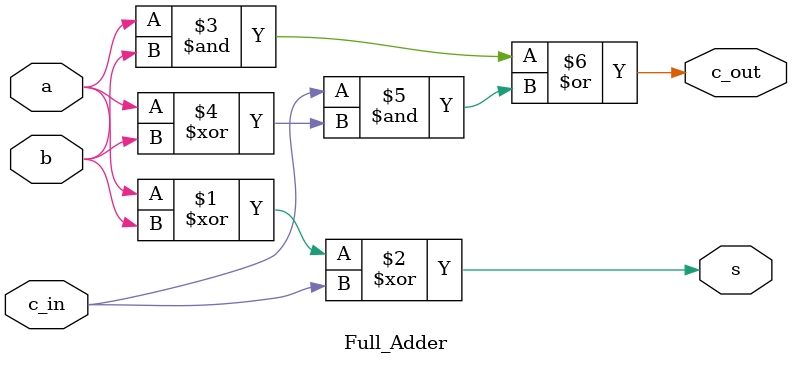
<source format=v>
`timescale 1ns / 1ns

module Full_Adder(
    input a, b, c_in,
    output s, c_out
    );
    
    assign s = a^b^c_in;
    assign c_out = a&b | c_in&(a^b);
    
endmodule

</source>
